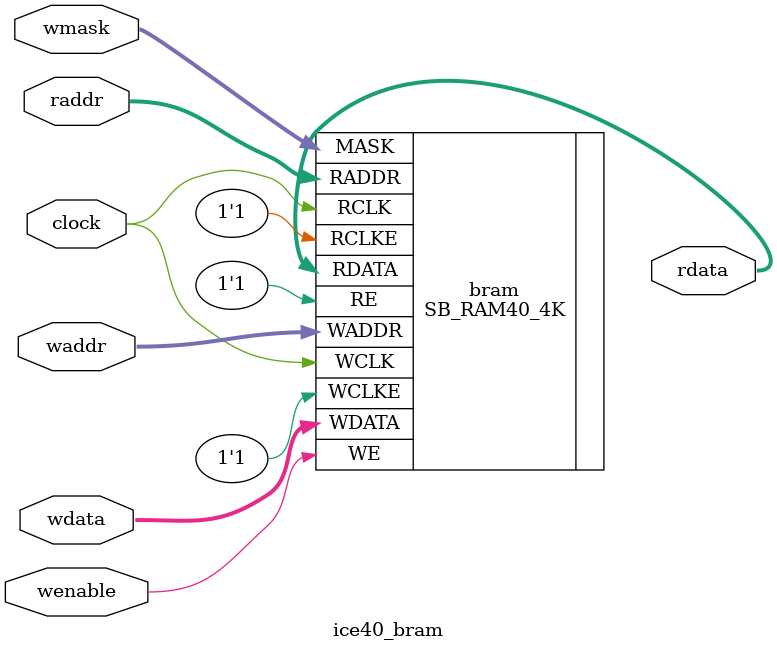
<source format=v>
module ice40_bram(
	input         clock,
  input  [7:0]  waddr,
  input  [15:0] wdata,
  input  [15:0] wmask,
  input         wenable,
  input  [7:0]  raddr,
  output [15:0] rdata
	);

(* BEL="X19/Y5/ram" *)
SB_RAM40_4K #(.WRITE_MODE(0),.READ_MODE(0),
    .INIT_0(256'hxxxxxxxxxxxxxxxxxxxxxxxxxxxxxxxxxxxxxxxxxxxxxxxxxxxxxxxxxxxxxxxx),                 
    .INIT_1(256'hxxxxxxxxxxxxxxxxxxxxxxxxxxxxxxxxxxxxxxxxxxxxxxxxxxxxxxxxxxxxxxxx),                 
    .INIT_2(256'hxxxxxxxxxxxxxxxxxxxxxxxxxxxxxxxxxxxxxxxxxxxxxxxxxxxxxxxxxxxxxxxx),                 
    .INIT_3(256'hxxxxxxxxxxxxxxxxxxxxxxxxxxxxxxxxxxxxxxxxxxxxxxxxxxxxxxxxxxxxxxxx),                 
    .INIT_4(256'hxxxxxxxxxxxxxxxxxxxxxxxxxxxxxxxxxxxxxxxxxxxxxxxxxxxxxxxxxxxxxxxx),                 
    .INIT_5(256'hxxxxxxxxxxxxxxxxxxxxxxxxxxxxxxxxxxxxxxxxxxxxxxxxxxxxxxxxxxxxxxxx),                 
    .INIT_6(256'hxxxxxxxxxxxxxxxxxxxxxxxxxxxxxxxxxxxxxxxxxxxxxxxxxxxxxxxxxxxxxxxx),                 
    .INIT_7(256'hxxxxxxxxxxxxxxxxxxxxxxxxxxxxxxxxxxxxxxxxxxxxxxxxxxxxxxxxxxxxxxxx),                 
    .INIT_8(256'hxxxxxxxxxxxxxxxxxxxxxxxxxxxxxxxxxxxxxxxxxxxxxxxxxxxxxxxxxxxxxxxx),                 
    .INIT_9(256'hxxxxxxxxxxxxxxxxxxxxxxxxxxxxxxxxxxxxxxxxxxxxxxxxxxxxxxxxxxxxxxxx),                 
    .INIT_A(256'hxxxxxxxxxxxxxxxxxxxxxxxxxxxxxxxxxxxxxxxxxxxxxxxxxxxxxxxxxxxxxxxx),                 
    .INIT_B(256'hxxxxxxxxxxxxxxxxxxxxxxxxxxxxxxxxxxxxxxxxxxxxxxxxxxxxxxxxxxxxxxxx),                 
    .INIT_C(256'hxxxxxxxxxxxxxxxxxxxxxxxxxxxxxxxxxxxxxxxxxxxxxxxxxxxxxxxxxxxxxxxx),                 
    .INIT_D(256'hxxxxxxxxxxxxxxxxxxxxxxxxxxxxxxxxxxxxxxxxxxxxxxxxxxxxxxxxxxxxxxxx),                 
    .INIT_E(256'hxxxxxxxxxxxxxxxxxxxxxxxxxxxxxxxxxxxxxxxxxxxxxxxxxxxxxxxxxxxxxxxx),                 
    .INIT_F(256'hxxxxxxxxxxxxxxxxxxxxxxxxxxxxxxxxxxxxxxxxxxxxxxxxxxxxxxxxxxxxxxxx)
) bram (
    .WDATA(wdata),
    .MASK(wmask),
    .WADDR(waddr),
    .WE(wenable),
    .WCLKE(1'b1),
    .WCLK(clock),
    .RDATA(rdata),
    .RADDR(raddr),
    .RE(1'b1),
    .RCLKE(1'b1),
    .RCLK(clock)
);

endmodule

</source>
